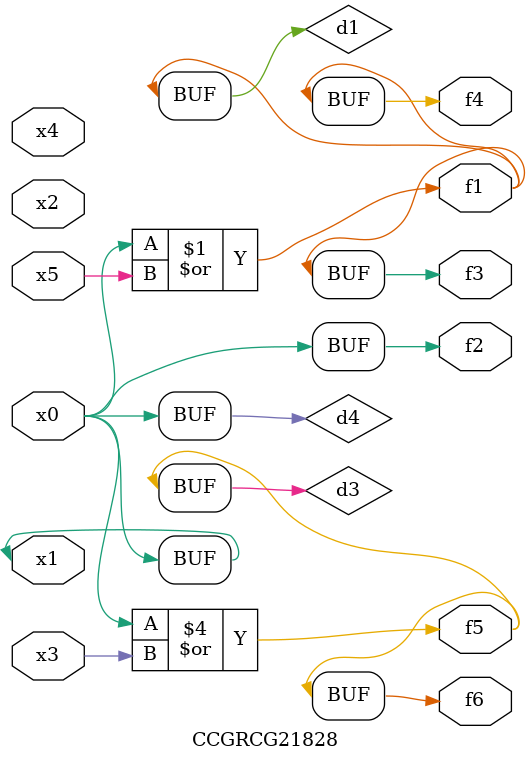
<source format=v>
module CCGRCG21828(
	input x0, x1, x2, x3, x4, x5,
	output f1, f2, f3, f4, f5, f6
);

	wire d1, d2, d3, d4;

	or (d1, x0, x5);
	xnor (d2, x1, x4);
	or (d3, x0, x3);
	buf (d4, x0, x1);
	assign f1 = d1;
	assign f2 = d4;
	assign f3 = d1;
	assign f4 = d1;
	assign f5 = d3;
	assign f6 = d3;
endmodule

</source>
